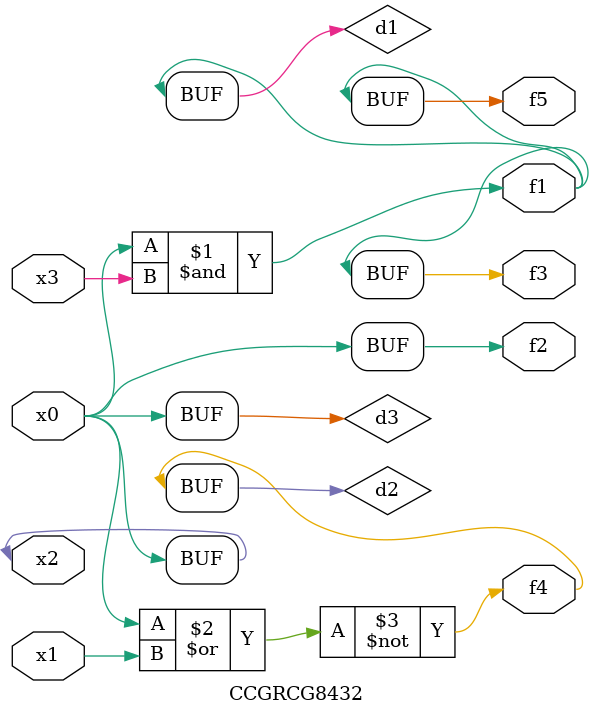
<source format=v>
module CCGRCG8432(
	input x0, x1, x2, x3,
	output f1, f2, f3, f4, f5
);

	wire d1, d2, d3;

	and (d1, x2, x3);
	nor (d2, x0, x1);
	buf (d3, x0, x2);
	assign f1 = d1;
	assign f2 = d3;
	assign f3 = d1;
	assign f4 = d2;
	assign f5 = d1;
endmodule

</source>
